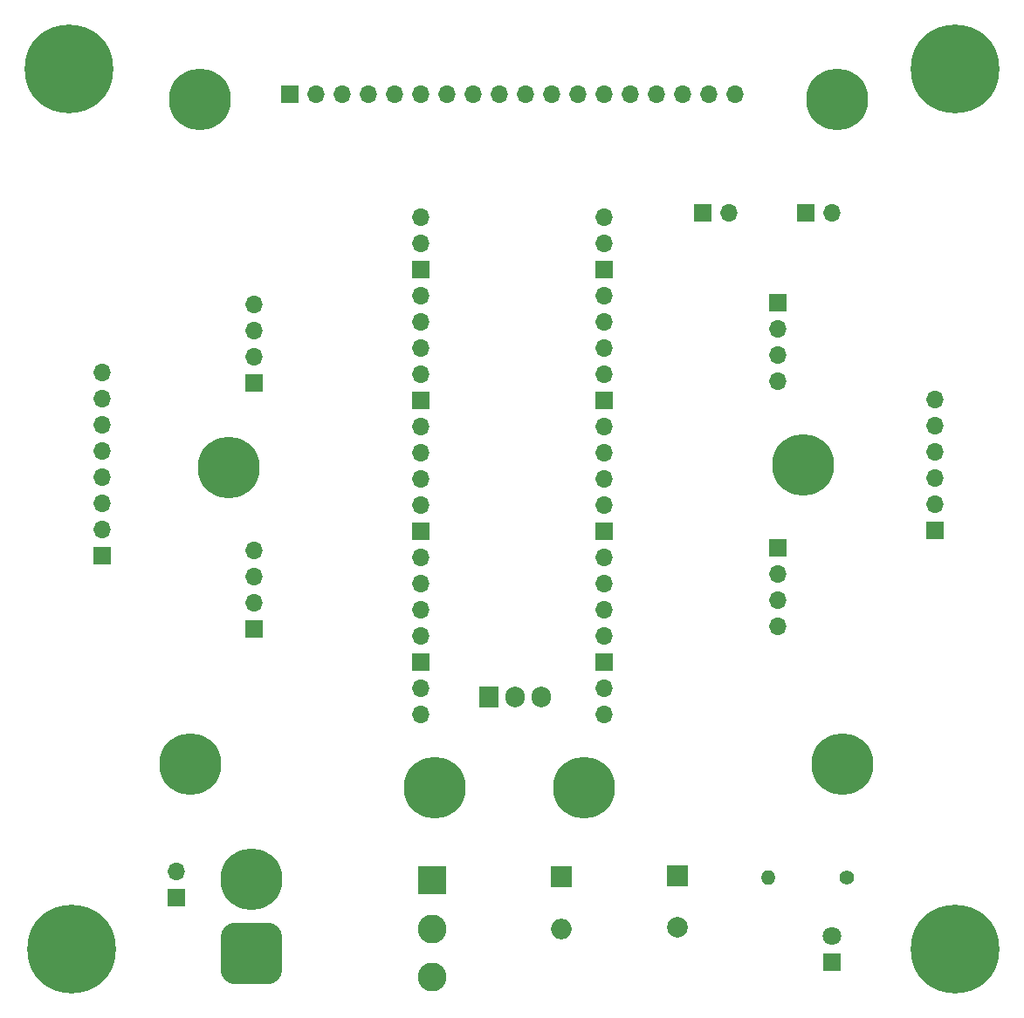
<source format=gbr>
%TF.GenerationSoftware,KiCad,Pcbnew,(6.0.9)*%
%TF.CreationDate,2022-12-14T11:01:39-05:00*%
%TF.ProjectId,Coaster_PCB_CDR,436f6173-7465-4725-9f50-43425f434452,rev?*%
%TF.SameCoordinates,Original*%
%TF.FileFunction,Soldermask,Bot*%
%TF.FilePolarity,Negative*%
%FSLAX46Y46*%
G04 Gerber Fmt 4.6, Leading zero omitted, Abs format (unit mm)*
G04 Created by KiCad (PCBNEW (6.0.9)) date 2022-12-14 11:01:39*
%MOMM*%
%LPD*%
G01*
G04 APERTURE LIST*
G04 Aperture macros list*
%AMRoundRect*
0 Rectangle with rounded corners*
0 $1 Rounding radius*
0 $2 $3 $4 $5 $6 $7 $8 $9 X,Y pos of 4 corners*
0 Add a 4 corners polygon primitive as box body*
4,1,4,$2,$3,$4,$5,$6,$7,$8,$9,$2,$3,0*
0 Add four circle primitives for the rounded corners*
1,1,$1+$1,$2,$3*
1,1,$1+$1,$4,$5*
1,1,$1+$1,$6,$7*
1,1,$1+$1,$8,$9*
0 Add four rect primitives between the rounded corners*
20,1,$1+$1,$2,$3,$4,$5,0*
20,1,$1+$1,$4,$5,$6,$7,0*
20,1,$1+$1,$6,$7,$8,$9,0*
20,1,$1+$1,$8,$9,$2,$3,0*%
G04 Aperture macros list end*
%ADD10C,6.000000*%
%ADD11O,1.700000X1.700000*%
%ADD12R,1.700000X1.700000*%
%ADD13R,2.794000X2.794000*%
%ADD14C,2.794000*%
%ADD15C,0.900000*%
%ADD16C,8.600000*%
%ADD17R,1.800000X1.800000*%
%ADD18C,1.800000*%
%ADD19R,2.000000X2.000000*%
%ADD20O,2.000000X2.000000*%
%ADD21C,2.000000*%
%ADD22R,1.905000X2.000000*%
%ADD23O,1.905000X2.000000*%
%ADD24RoundRect,1.500000X1.500000X-1.500000X1.500000X1.500000X-1.500000X1.500000X-1.500000X-1.500000X0*%
%ADD25C,1.400000*%
%ADD26O,1.400000X1.400000*%
G04 APERTURE END LIST*
D10*
%TO.C,J11*%
X95500000Y-131750000D03*
%TD*%
D11*
%TO.C,RF1*%
X152525000Y-94570000D03*
X152525000Y-92030000D03*
X152525000Y-89490000D03*
D12*
X152525000Y-86950000D03*
%TD*%
D10*
%TO.C,J15*%
X158250000Y-67250000D03*
%TD*%
D13*
%TO.C,SW1*%
X119000000Y-143051000D03*
D14*
X119000000Y-147750000D03*
X119000000Y-152449000D03*
%TD*%
D12*
%TO.C,J13*%
X155250000Y-78225000D03*
D11*
X157790000Y-78225000D03*
%TD*%
D15*
%TO.C,H3*%
X172030419Y-147469581D03*
X169750000Y-146525000D03*
D16*
X169750000Y-149750000D03*
D15*
X166525000Y-149750000D03*
X172030419Y-152030419D03*
X167469581Y-147469581D03*
X169750000Y-152975000D03*
X172975000Y-149750000D03*
X167469581Y-152030419D03*
%TD*%
D12*
%TO.C,J9*%
X86975000Y-111490000D03*
D11*
X86975000Y-108950000D03*
X86975000Y-106410000D03*
X86975000Y-103870000D03*
X86975000Y-101330000D03*
X86975000Y-98790000D03*
X86975000Y-96250000D03*
X86975000Y-93710000D03*
%TD*%
D17*
%TO.C,D3*%
X157750000Y-151025000D03*
D18*
X157750000Y-148485000D03*
%TD*%
D19*
%TO.C,D1*%
X131555000Y-142695354D03*
D20*
X131555000Y-147775354D03*
%TD*%
D16*
%TO.C,H1*%
X83750000Y-64250000D03*
D15*
X81469581Y-66530419D03*
X86030419Y-66530419D03*
X86975000Y-64250000D03*
X81469581Y-61969581D03*
X86030419Y-61969581D03*
X83750000Y-61025000D03*
X80525000Y-64250000D03*
X83750000Y-67475000D03*
%TD*%
D10*
%TO.C,J14*%
X158750000Y-131750000D03*
%TD*%
%TO.C,J12*%
X99250000Y-103000000D03*
%TD*%
D12*
%TO.C,J8*%
X105175000Y-66725000D03*
D11*
X107715000Y-66725000D03*
X110255000Y-66725000D03*
X112795000Y-66725000D03*
X115335000Y-66725000D03*
X117875000Y-66725000D03*
X120415000Y-66725000D03*
X122955000Y-66725000D03*
X125495000Y-66725000D03*
X128035000Y-66725000D03*
X130575000Y-66725000D03*
X133115000Y-66725000D03*
X135655000Y-66725000D03*
X138195000Y-66725000D03*
X140735000Y-66725000D03*
X143275000Y-66725000D03*
X145815000Y-66725000D03*
X148355000Y-66725000D03*
%TD*%
D19*
%TO.C,C1*%
X142750000Y-142632323D03*
D21*
X142750000Y-147632323D03*
%TD*%
D10*
%TO.C,J5*%
X96500000Y-67250000D03*
%TD*%
D22*
%TO.C,U2*%
X124460000Y-125222500D03*
D23*
X127000000Y-125222500D03*
X129540000Y-125222500D03*
%TD*%
D12*
%TO.C,J2*%
X167725000Y-109075000D03*
D11*
X167725000Y-106535000D03*
X167725000Y-103995000D03*
X167725000Y-101455000D03*
X167725000Y-98915000D03*
X167725000Y-96375000D03*
%TD*%
D12*
%TO.C,J4*%
X145250000Y-78252500D03*
D11*
X147790000Y-78252500D03*
%TD*%
D15*
%TO.C,H2*%
X167469581Y-61969581D03*
X166525000Y-64250000D03*
D16*
X169750000Y-64250000D03*
D15*
X169750000Y-61025000D03*
X169750000Y-67475000D03*
X172030419Y-61969581D03*
X167469581Y-66530419D03*
X172030419Y-66530419D03*
X172975000Y-64250000D03*
%TD*%
D24*
%TO.C,J1*%
X101500000Y-150100000D03*
D10*
X101500000Y-142900000D03*
%TD*%
D12*
%TO.C,J6*%
X94225000Y-144750000D03*
D11*
X94225000Y-142210000D03*
%TD*%
D25*
%TO.C,R1*%
X159250000Y-142750000D03*
D26*
X151630000Y-142750000D03*
%TD*%
D12*
%TO.C,LB1*%
X101725000Y-118620000D03*
D11*
X101725000Y-116080000D03*
X101725000Y-113540000D03*
X101725000Y-111000000D03*
%TD*%
D15*
%TO.C,H4*%
X87225000Y-149750000D03*
X80775000Y-149750000D03*
X84000000Y-146525000D03*
X81719581Y-147469581D03*
X81719581Y-152030419D03*
D16*
X84000000Y-149750000D03*
D15*
X86280419Y-152030419D03*
X86280419Y-147469581D03*
X84000000Y-152975000D03*
%TD*%
D12*
%TO.C,LF1*%
X101725000Y-94800000D03*
D11*
X101725000Y-92260000D03*
X101725000Y-89720000D03*
X101725000Y-87180000D03*
%TD*%
D10*
%TO.C,J7*%
X119250000Y-134027500D03*
%TD*%
%TO.C,J3*%
X133750000Y-134027500D03*
%TD*%
%TO.C,J10*%
X155000000Y-102750000D03*
%TD*%
D11*
%TO.C,RB1*%
X152525000Y-118370000D03*
X152525000Y-115830000D03*
X152525000Y-113290000D03*
D12*
X152525000Y-110750000D03*
%TD*%
D11*
%TO.C,U1*%
X117860000Y-78647500D03*
X117860000Y-81187500D03*
D12*
X117860000Y-83727500D03*
D11*
X117860000Y-86267500D03*
X117860000Y-88807500D03*
X117860000Y-91347500D03*
X117860000Y-93887500D03*
D12*
X117860000Y-96427500D03*
D11*
X117860000Y-98967500D03*
X117860000Y-101507500D03*
X117860000Y-104047500D03*
X117860000Y-106587500D03*
D12*
X117860000Y-109127500D03*
D11*
X117860000Y-111667500D03*
X117860000Y-114207500D03*
X117860000Y-116747500D03*
X117860000Y-119287500D03*
D12*
X117860000Y-121827500D03*
D11*
X117860000Y-124367500D03*
X117860000Y-126907500D03*
X135640000Y-126907500D03*
X135640000Y-124367500D03*
D12*
X135640000Y-121827500D03*
D11*
X135640000Y-119287500D03*
X135640000Y-116747500D03*
X135640000Y-114207500D03*
X135640000Y-111667500D03*
D12*
X135640000Y-109127500D03*
D11*
X135640000Y-106587500D03*
X135640000Y-104047500D03*
X135640000Y-101507500D03*
X135640000Y-98967500D03*
D12*
X135640000Y-96427500D03*
D11*
X135640000Y-93887500D03*
X135640000Y-91347500D03*
X135640000Y-88807500D03*
X135640000Y-86267500D03*
D12*
X135640000Y-83727500D03*
D11*
X135640000Y-81187500D03*
X135640000Y-78647500D03*
%TD*%
M02*

</source>
